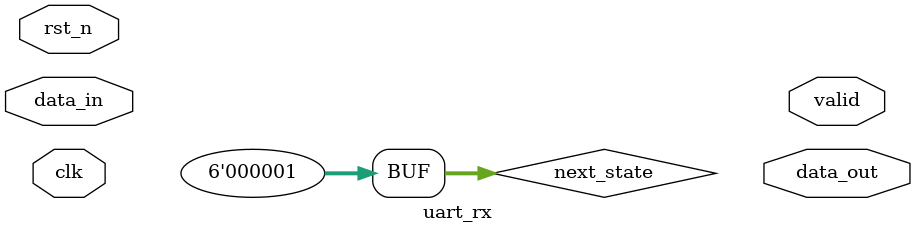
<source format=v>
`timescale 1ns / 1ps

`define IDLE        6'b000001
`define START1      6'b000010
`define START2      6'b000100
`define BIT_HALF1   6'b001000
`define BIT_HALF2   6'b010000
`define STOP        6'b100000

/*
 * A simple UART RX module with a fixed baud rate, 1 start bit, 1 stop bit, and no parity
 * bit. It samples once in the middle of the bit period.
 */
module uart_rx(
    input clk,
    input rst_n,
    input data_in,
    output [7:0] data_out,
    output valid
);

parameter CLK_FREQ   = 100_000_000;
parameter BAUD       = 115200;
parameter BIT_PERIOD = CLK_FREQ / BAUD;

reg [5:0] state, next_state;

always @(*) begin
    next_state = `IDLE;
    case (state)
        `IDLE: begin
        end
        `START1: begin
        end
        `START2: begin
        end
        `BIT_HALF1: begin
        end
        `BIT_HALF2: begin
        end
        `STOP: begin
        end
        default: begin
        end
    endcase
end

always @(posedge clk) begin
    if (rst_n == 0) begin
        state <= `IDLE;
    end else begin
        state <= next_state;
    end
end

endmodule

</source>
